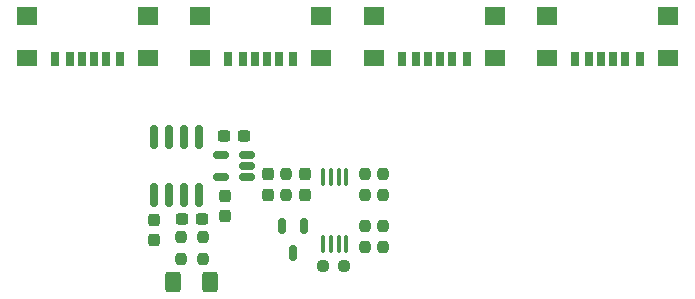
<source format=gtp>
G04 #@! TF.GenerationSoftware,KiCad,Pcbnew,7.0.0*
G04 #@! TF.CreationDate,2023-03-02T15:58:58-08:00*
G04 #@! TF.ProjectId,KYBERNETES-LOGIC-PD,4b594245-524e-4455-9445-532d4c4f4749,rev?*
G04 #@! TF.SameCoordinates,Original*
G04 #@! TF.FileFunction,Paste,Top*
G04 #@! TF.FilePolarity,Positive*
%FSLAX46Y46*%
G04 Gerber Fmt 4.6, Leading zero omitted, Abs format (unit mm)*
G04 Created by KiCad (PCBNEW 7.0.0) date 2023-03-02 15:58:58*
%MOMM*%
%LPD*%
G01*
G04 APERTURE LIST*
G04 Aperture macros list*
%AMRoundRect*
0 Rectangle with rounded corners*
0 $1 Rounding radius*
0 $2 $3 $4 $5 $6 $7 $8 $9 X,Y pos of 4 corners*
0 Add a 4 corners polygon primitive as box body*
4,1,4,$2,$3,$4,$5,$6,$7,$8,$9,$2,$3,0*
0 Add four circle primitives for the rounded corners*
1,1,$1+$1,$2,$3*
1,1,$1+$1,$4,$5*
1,1,$1+$1,$6,$7*
1,1,$1+$1,$8,$9*
0 Add four rect primitives between the rounded corners*
20,1,$1+$1,$2,$3,$4,$5,0*
20,1,$1+$1,$4,$5,$6,$7,0*
20,1,$1+$1,$6,$7,$8,$9,0*
20,1,$1+$1,$8,$9,$2,$3,0*%
G04 Aperture macros list end*
%ADD10R,0.700000X1.200000*%
%ADD11R,0.760000X1.200000*%
%ADD12R,0.800000X1.200000*%
%ADD13R,1.800000X1.350000*%
%ADD14R,1.800000X1.500000*%
%ADD15RoundRect,0.237500X0.237500X-0.250000X0.237500X0.250000X-0.237500X0.250000X-0.237500X-0.250000X0*%
%ADD16RoundRect,0.237500X-0.300000X-0.237500X0.300000X-0.237500X0.300000X0.237500X-0.300000X0.237500X0*%
%ADD17RoundRect,0.237500X-0.237500X0.250000X-0.237500X-0.250000X0.237500X-0.250000X0.237500X0.250000X0*%
%ADD18RoundRect,0.100000X0.100000X-0.637500X0.100000X0.637500X-0.100000X0.637500X-0.100000X-0.637500X0*%
%ADD19RoundRect,0.237500X-0.237500X0.300000X-0.237500X-0.300000X0.237500X-0.300000X0.237500X0.300000X0*%
%ADD20RoundRect,0.250000X0.400000X0.625000X-0.400000X0.625000X-0.400000X-0.625000X0.400000X-0.625000X0*%
%ADD21RoundRect,0.237500X0.300000X0.237500X-0.300000X0.237500X-0.300000X-0.237500X0.300000X-0.237500X0*%
%ADD22RoundRect,0.150000X-0.150000X0.825000X-0.150000X-0.825000X0.150000X-0.825000X0.150000X0.825000X0*%
%ADD23RoundRect,0.150000X0.512500X0.150000X-0.512500X0.150000X-0.512500X-0.150000X0.512500X-0.150000X0*%
%ADD24RoundRect,0.237500X0.250000X0.237500X-0.250000X0.237500X-0.250000X-0.237500X0.250000X-0.237500X0*%
%ADD25RoundRect,0.150000X-0.150000X0.512500X-0.150000X-0.512500X0.150000X-0.512500X0.150000X0.512500X0*%
G04 APERTURE END LIST*
D10*
X124159999Y-70532499D03*
D11*
X122139999Y-70532499D03*
D12*
X120909999Y-70532499D03*
D10*
X123159999Y-70532499D03*
D11*
X125179999Y-70532499D03*
D12*
X126409999Y-70532499D03*
D13*
X128784999Y-70477499D03*
D14*
X128784999Y-66897499D03*
D13*
X118534999Y-70477499D03*
D14*
X118534999Y-66897499D03*
D15*
X133380000Y-85622500D03*
X133380000Y-87447500D03*
D16*
X136905000Y-77035000D03*
X135180000Y-77035000D03*
D17*
X148680000Y-86465000D03*
X148680000Y-84640000D03*
D18*
X143610000Y-80500000D03*
X144260000Y-80500000D03*
X144910000Y-80500000D03*
X145560000Y-80500000D03*
X145560000Y-86225000D03*
X144910000Y-86225000D03*
X144260000Y-86225000D03*
X143610000Y-86225000D03*
D19*
X142020000Y-82020000D03*
X142020000Y-80295000D03*
D20*
X130910000Y-89370000D03*
X134010000Y-89370000D03*
D21*
X131605000Y-84082500D03*
X133330000Y-84082500D03*
D19*
X129305000Y-85867500D03*
X129305000Y-84142500D03*
D22*
X133110000Y-82057500D03*
X131840000Y-82057500D03*
X130570000Y-82057500D03*
X129300000Y-82057500D03*
X129300000Y-77107500D03*
X130570000Y-77107500D03*
X131840000Y-77107500D03*
X133110000Y-77107500D03*
D23*
X134910000Y-80515000D03*
X134910000Y-78615000D03*
X137185000Y-78615000D03*
X137185000Y-79565000D03*
X137185000Y-80515000D03*
D19*
X138920000Y-82015000D03*
X138920000Y-80290000D03*
D14*
X133201666Y-66897499D03*
D13*
X133201666Y-70477499D03*
D14*
X143451666Y-66897499D03*
D13*
X143451666Y-70477499D03*
D12*
X141076666Y-70532499D03*
D11*
X139846666Y-70532499D03*
D10*
X137826666Y-70532499D03*
D12*
X135576666Y-70532499D03*
D11*
X136806666Y-70532499D03*
D10*
X138826666Y-70532499D03*
D17*
X147140000Y-82070000D03*
X147140000Y-80245000D03*
X140470000Y-82070000D03*
X140470000Y-80245000D03*
D15*
X131550000Y-85622500D03*
X131550000Y-87447500D03*
D24*
X143570000Y-88030000D03*
X145395000Y-88030000D03*
D17*
X148680000Y-82072500D03*
X148680000Y-80247500D03*
D19*
X135320000Y-83855000D03*
X135320000Y-82130000D03*
D25*
X141057500Y-86935000D03*
X140107500Y-84660000D03*
X142007500Y-84660000D03*
D17*
X147140000Y-86470000D03*
X147140000Y-84645000D03*
D14*
X147868332Y-66897499D03*
D13*
X147868332Y-70477499D03*
D14*
X158118332Y-66897499D03*
D13*
X158118332Y-70477499D03*
D12*
X155743332Y-70532499D03*
D11*
X154513332Y-70532499D03*
D10*
X152493332Y-70532499D03*
D12*
X150243332Y-70532499D03*
D11*
X151473332Y-70532499D03*
D10*
X153493332Y-70532499D03*
D14*
X162534999Y-66897499D03*
D13*
X162534999Y-70477499D03*
D14*
X172784999Y-66897499D03*
D13*
X172784999Y-70477499D03*
D12*
X170409999Y-70532499D03*
D11*
X169179999Y-70532499D03*
D10*
X167159999Y-70532499D03*
D12*
X164909999Y-70532499D03*
D11*
X166139999Y-70532499D03*
D10*
X168159999Y-70532499D03*
M02*

</source>
